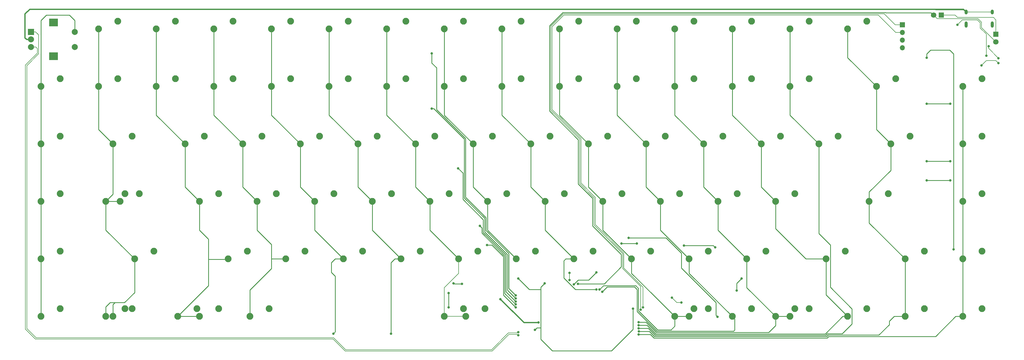
<source format=gbr>
%TF.GenerationSoftware,KiCad,Pcbnew,(5.1.9)-1*%
%TF.CreationDate,2021-05-13T13:18:14-04:00*%
%TF.ProjectId,rnm-75E,726e6d2d-3735-4452-9e6b-696361645f70,rev?*%
%TF.SameCoordinates,Original*%
%TF.FileFunction,Copper,L1,Top*%
%TF.FilePolarity,Positive*%
%FSLAX46Y46*%
G04 Gerber Fmt 4.6, Leading zero omitted, Abs format (unit mm)*
G04 Created by KiCad (PCBNEW (5.1.9)-1) date 2021-05-13 13:18:14*
%MOMM*%
%LPD*%
G01*
G04 APERTURE LIST*
%TA.AperFunction,ComponentPad*%
%ADD10C,2.250000*%
%TD*%
%TA.AperFunction,ComponentPad*%
%ADD11C,1.800000*%
%TD*%
%TA.AperFunction,ComponentPad*%
%ADD12R,1.800000X1.800000*%
%TD*%
%TA.AperFunction,ComponentPad*%
%ADD13O,1.700000X1.700000*%
%TD*%
%TA.AperFunction,ComponentPad*%
%ADD14R,1.700000X1.700000*%
%TD*%
%TA.AperFunction,ComponentPad*%
%ADD15R,2.000000X2.000000*%
%TD*%
%TA.AperFunction,ComponentPad*%
%ADD16C,2.000000*%
%TD*%
%TA.AperFunction,ComponentPad*%
%ADD17R,3.000000X2.500000*%
%TD*%
%TA.AperFunction,ComponentPad*%
%ADD18O,1.000000X2.100000*%
%TD*%
%TA.AperFunction,ComponentPad*%
%ADD19O,1.000000X1.600000*%
%TD*%
%TA.AperFunction,ViaPad*%
%ADD20C,0.800000*%
%TD*%
%TA.AperFunction,Conductor*%
%ADD21C,0.254000*%
%TD*%
%TA.AperFunction,Conductor*%
%ADD22C,0.203200*%
%TD*%
%TA.AperFunction,Conductor*%
%ADD23C,0.381000*%
%TD*%
%TA.AperFunction,Conductor*%
%ADD24C,0.200000*%
%TD*%
G04 APERTURE END LIST*
D10*
%TO.P,MX83,2*%
%TO.N,Net-(D81-Pad2)*%
X624046250Y-55245000D03*
%TO.P,MX83,1*%
%TO.N,COL14*%
X617696250Y-57785000D03*
%TD*%
%TO.P,MX57,2*%
%TO.N,Net-(D57-Pad2)*%
X533558750Y-55245000D03*
%TO.P,MX57,1*%
%TO.N,COL9*%
X527208750Y-57785000D03*
%TD*%
D11*
%TO.P,CAPS_LOCK_LED2,2*%
%TO.N,LED_PIN*%
X647700000Y14128750D03*
D12*
%TO.P,CAPS_LOCK_LED2,1*%
%TO.N,Net-(CAPS_LOCK_LED1-Pad1)*%
X647700000Y16668750D03*
%TD*%
D11*
%TO.P,CAPS_LOCK_LED1,2*%
%TO.N,LED_PIN*%
X627062500Y23018750D03*
D12*
%TO.P,CAPS_LOCK_LED1,1*%
%TO.N,Net-(CAPS_LOCK_LED1-Pad1)*%
X629602500Y23018750D03*
%TD*%
D10*
%TO.P,MX93,2*%
%TO.N,Net-(D41-Pad2)*%
X471646250Y-74295000D03*
%TO.P,MX93,1*%
%TO.N,COL6*%
X465296250Y-76835000D03*
%TD*%
%TO.P,MX92,2*%
%TO.N,Net-(D14-Pad2)*%
X390683750Y-74295000D03*
%TO.P,MX92,1*%
%TO.N,COL2*%
X384333750Y-76835000D03*
%TD*%
%TO.P,MX91,2*%
%TO.N,Net-(D11-Pad2)*%
X362108750Y-74295000D03*
%TO.P,MX91,1*%
%TO.N,COL1*%
X355758750Y-76835000D03*
%TD*%
%TO.P,MX90,2*%
%TO.N,Net-(D9-Pad2)*%
X359727500Y-36195000D03*
%TO.P,MX90,1*%
%TO.N,COL1*%
X353377500Y-38735000D03*
%TD*%
%TO.P,MX85,2*%
%TO.N,Net-(D83-Pad2)*%
X643096250Y-74295000D03*
%TO.P,MX85,1*%
%TO.N,COL15*%
X636746250Y-76835000D03*
%TD*%
%TO.P,MX41,2*%
%TO.N,Net-(D41-Pad2)*%
X478790000Y-74295000D03*
%TO.P,MX41,1*%
%TO.N,COL6*%
X472440000Y-76835000D03*
%TD*%
D13*
%TO.P,J3,4*%
%TO.N,GND*%
X616743750Y12223750D03*
%TO.P,J3,3*%
%TO.N,+5V*%
X616743750Y14763750D03*
%TO.P,J3,2*%
%TO.N,SCL*%
X616743750Y17303750D03*
D14*
%TO.P,J3,1*%
%TO.N,SDA*%
X616743750Y19843750D03*
%TD*%
D10*
%TO.P,MX2,1*%
%TO.N,COL0*%
X331946250Y-19685000D03*
%TO.P,MX2,2*%
%TO.N,Net-(D2-Pad2)*%
X338296250Y-17145000D03*
%TD*%
%TO.P,MX4,2*%
%TO.N,Net-(D4-Pad2)*%
X338296250Y-55245000D03*
%TO.P,MX4,1*%
%TO.N,COL0*%
X331946250Y-57785000D03*
%TD*%
D15*
%TO.P,SW2,A*%
%TO.N,ENCODER+*%
X328612500Y17462500D03*
D16*
%TO.P,SW2,C*%
%TO.N,GND*%
X328612500Y14962500D03*
%TO.P,SW2,B*%
%TO.N,ENCODER-*%
X328612500Y12462500D03*
D17*
%TO.P,SW2,MP*%
%TO.N,N/C*%
X336112500Y20562500D03*
X336112500Y9362500D03*
D16*
%TO.P,SW2,S1*%
%TO.N,COL0*%
X343112500Y17462500D03*
%TO.P,SW2,S2*%
%TO.N,Net-(D84-Pad2)*%
X343112500Y12462500D03*
%TD*%
D10*
%TO.P,MX89,2*%
%TO.N,Net-(D88-Pad2)*%
X643096250Y-55245000D03*
%TO.P,MX89,1*%
%TO.N,COL15*%
X636746250Y-57785000D03*
%TD*%
%TO.P,MX88,2*%
%TO.N,Net-(D87-Pad2)*%
X643096250Y-36195000D03*
%TO.P,MX88,1*%
%TO.N,COL15*%
X636746250Y-38735000D03*
%TD*%
%TO.P,MX87,2*%
%TO.N,Net-(D86-Pad2)*%
X643096250Y-17145000D03*
%TO.P,MX87,1*%
%TO.N,COL15*%
X636746250Y-19685000D03*
%TD*%
%TO.P,MX86,2*%
%TO.N,Net-(D85-Pad2)*%
X643096250Y1905000D03*
%TO.P,MX86,1*%
%TO.N,COL15*%
X636746250Y-635000D03*
%TD*%
%TO.P,MX84,2*%
%TO.N,Net-(D82-Pad2)*%
X624046250Y-74295000D03*
%TO.P,MX84,1*%
%TO.N,COL14*%
X617696250Y-76835000D03*
%TD*%
%TO.P,MX82,2*%
%TO.N,Net-(D80-Pad2)*%
X612140000Y-36195000D03*
%TO.P,MX82,1*%
%TO.N,COL14*%
X605790000Y-38735000D03*
%TD*%
%TO.P,MX81,2*%
%TO.N,Net-(D79-Pad2)*%
X619283750Y-17145000D03*
%TO.P,MX81,1*%
%TO.N,COL14*%
X612933750Y-19685000D03*
%TD*%
%TO.P,MX80,2*%
%TO.N,Net-(D78-Pad2)*%
X614521250Y1905000D03*
%TO.P,MX80,1*%
%TO.N,COL14*%
X608171250Y-635000D03*
%TD*%
%TO.P,MX79,2*%
%TO.N,Net-(D77-Pad2)*%
X604996250Y-74295000D03*
%TO.P,MX79,1*%
%TO.N,COL12*%
X598646250Y-76835000D03*
%TD*%
%TO.P,MX78,2*%
%TO.N,Net-(D76-Pad2)*%
X604996250Y20955000D03*
%TO.P,MX78,1*%
%TO.N,COL14*%
X598646250Y18415000D03*
%TD*%
%TO.P,MX77,2*%
%TO.N,Net-(D75-Pad2)*%
X597852500Y-55245000D03*
%TO.P,MX77,1*%
%TO.N,COL12*%
X591502500Y-57785000D03*
%TD*%
%TO.P,MX76,2*%
%TO.N,Net-(D74-Pad2)*%
X595471250Y-17145000D03*
%TO.P,MX76,1*%
%TO.N,COL13*%
X589121250Y-19685000D03*
%TD*%
%TO.P,MX75,2*%
%TO.N,Net-(D73-Pad2)*%
X585946250Y1905000D03*
%TO.P,MX75,1*%
%TO.N,COL13*%
X579596250Y-635000D03*
%TD*%
%TO.P,MX74,2*%
%TO.N,Net-(D72-Pad2)*%
X585946250Y20955000D03*
%TO.P,MX74,1*%
%TO.N,COL13*%
X579596250Y18415000D03*
%TD*%
%TO.P,MX73,2*%
%TO.N,Net-(D71-Pad2)*%
X581183750Y-36195000D03*
%TO.P,MX73,1*%
%TO.N,COL12*%
X574833750Y-38735000D03*
%TD*%
%TO.P,MX72,2*%
%TO.N,Net-(D70-Pad2)*%
X576421250Y-17145000D03*
%TO.P,MX72,1*%
%TO.N,COL12*%
X570071250Y-19685000D03*
%TD*%
%TO.P,MX71,2*%
%TO.N,Net-(D66-Pad2)*%
X581183750Y-74295000D03*
%TO.P,MX71,1*%
%TO.N,COL11*%
X574833750Y-76835000D03*
%TD*%
%TO.P,MX70,2*%
%TO.N,Net-(D66-Pad2)*%
X585946250Y-74295000D03*
%TO.P,MX70,1*%
%TO.N,COL11*%
X579596250Y-76835000D03*
%TD*%
%TO.P,MX69,2*%
%TO.N,Net-(D69-Pad2)*%
X571658750Y-55245000D03*
%TO.P,MX69,1*%
%TO.N,COL11*%
X565308750Y-57785000D03*
%TD*%
%TO.P,MX68,2*%
%TO.N,Net-(D68-Pad2)*%
X566896250Y1905000D03*
%TO.P,MX68,1*%
%TO.N,COL12*%
X560546250Y-635000D03*
%TD*%
%TO.P,MX67,2*%
%TO.N,Net-(D67-Pad2)*%
X566896250Y20955000D03*
%TO.P,MX67,1*%
%TO.N,COL12*%
X560546250Y18415000D03*
%TD*%
%TO.P,MX66,2*%
%TO.N,Net-(D65-Pad2)*%
X562133750Y-36195000D03*
%TO.P,MX66,1*%
%TO.N,COL11*%
X555783750Y-38735000D03*
%TD*%
%TO.P,MX65,2*%
%TO.N,Net-(D64-Pad2)*%
X557371250Y-17145000D03*
%TO.P,MX65,1*%
%TO.N,COL11*%
X551021250Y-19685000D03*
%TD*%
%TO.P,MX64,2*%
%TO.N,Net-(D53-Pad2)*%
X552608750Y-74295000D03*
%TO.P,MX64,1*%
%TO.N,COL9*%
X546258750Y-76835000D03*
%TD*%
%TO.P,MX63,2*%
%TO.N,Net-(D60-Pad2)*%
X566896250Y-74295000D03*
%TO.P,MX63,1*%
%TO.N,COL10*%
X560546250Y-76835000D03*
%TD*%
%TO.P,MX62,2*%
%TO.N,Net-(D63-Pad2)*%
X552608750Y-55245000D03*
%TO.P,MX62,1*%
%TO.N,COL10*%
X546258750Y-57785000D03*
%TD*%
%TO.P,MX61,2*%
%TO.N,Net-(D62-Pad2)*%
X547846250Y1905000D03*
%TO.P,MX61,1*%
%TO.N,COL11*%
X541496250Y-635000D03*
%TD*%
%TO.P,MX60,2*%
%TO.N,Net-(D61-Pad2)*%
X547846250Y20955000D03*
%TO.P,MX60,1*%
%TO.N,COL11*%
X541496250Y18415000D03*
%TD*%
%TO.P,MX59,2*%
%TO.N,Net-(D59-Pad2)*%
X543083750Y-36195000D03*
%TO.P,MX59,1*%
%TO.N,COL10*%
X536733750Y-38735000D03*
%TD*%
%TO.P,MX58,2*%
%TO.N,Net-(D58-Pad2)*%
X538321250Y-17145000D03*
%TO.P,MX58,1*%
%TO.N,COL10*%
X531971250Y-19685000D03*
%TD*%
%TO.P,MX56,2*%
%TO.N,Net-(D56-Pad2)*%
X528796250Y1905000D03*
%TO.P,MX56,1*%
%TO.N,COL10*%
X522446250Y-635000D03*
%TD*%
%TO.P,MX55,2*%
%TO.N,Net-(D55-Pad2)*%
X528796250Y20955000D03*
%TO.P,MX55,1*%
%TO.N,COL10*%
X522446250Y18415000D03*
%TD*%
%TO.P,MX54,2*%
%TO.N,Net-(D54-Pad2)*%
X524033750Y-36195000D03*
%TO.P,MX54,1*%
%TO.N,COL9*%
X517683750Y-38735000D03*
%TD*%
%TO.P,MX53,2*%
%TO.N,Net-(D53-Pad2)*%
X547846250Y-74295000D03*
%TO.P,MX53,1*%
%TO.N,COL9*%
X541496250Y-76835000D03*
%TD*%
%TO.P,MX52,2*%
%TO.N,Net-(D52-Pad2)*%
X519271250Y-17145000D03*
%TO.P,MX52,1*%
%TO.N,COL9*%
X512921250Y-19685000D03*
%TD*%
%TO.P,MX51,2*%
%TO.N,Net-(D51-Pad2)*%
X514508750Y-55245000D03*
%TO.P,MX51,1*%
%TO.N,COL8*%
X508158750Y-57785000D03*
%TD*%
%TO.P,MX50,2*%
%TO.N,Net-(D50-Pad2)*%
X509746250Y1905000D03*
%TO.P,MX50,1*%
%TO.N,COL9*%
X503396250Y-635000D03*
%TD*%
%TO.P,MX49,2*%
%TO.N,Net-(D49-Pad2)*%
X509746250Y20955000D03*
%TO.P,MX49,1*%
%TO.N,COL9*%
X503396250Y18415000D03*
%TD*%
%TO.P,MX48,2*%
%TO.N,Net-(D48-Pad2)*%
X504983750Y-36195000D03*
%TO.P,MX48,1*%
%TO.N,COL8*%
X498633750Y-38735000D03*
%TD*%
%TO.P,MX47,2*%
%TO.N,Net-(D47-Pad2)*%
X500221250Y-17145000D03*
%TO.P,MX47,1*%
%TO.N,COL8*%
X493871250Y-19685000D03*
%TD*%
%TO.P,MX46,2*%
%TO.N,Net-(D46-Pad2)*%
X495458750Y-55245000D03*
%TO.P,MX46,1*%
%TO.N,COL7*%
X489108750Y-57785000D03*
%TD*%
%TO.P,MX45,2*%
%TO.N,Net-(D45-Pad2)*%
X490696250Y1905000D03*
%TO.P,MX45,1*%
%TO.N,COL8*%
X484346250Y-635000D03*
%TD*%
%TO.P,MX44,2*%
%TO.N,Net-(D44-Pad2)*%
X490696250Y20955000D03*
%TO.P,MX44,1*%
%TO.N,COL8*%
X484346250Y18415000D03*
%TD*%
%TO.P,MX43,2*%
%TO.N,Net-(D43-Pad2)*%
X485933750Y-36195000D03*
%TO.P,MX43,1*%
%TO.N,COL7*%
X479583750Y-38735000D03*
%TD*%
%TO.P,MX42,2*%
%TO.N,Net-(D42-Pad2)*%
X481171250Y-17145000D03*
%TO.P,MX42,1*%
%TO.N,COL7*%
X474821250Y-19685000D03*
%TD*%
%TO.P,MX40,2*%
%TO.N,Net-(D40-Pad2)*%
X476408750Y-55245000D03*
%TO.P,MX40,1*%
%TO.N,COL6*%
X470058750Y-57785000D03*
%TD*%
%TO.P,MX39,2*%
%TO.N,Net-(D39-Pad2)*%
X471646250Y1905000D03*
%TO.P,MX39,1*%
%TO.N,COL7*%
X465296250Y-635000D03*
%TD*%
%TO.P,MX38,2*%
%TO.N,Net-(D38-Pad2)*%
X471646250Y20955000D03*
%TO.P,MX38,1*%
%TO.N,COL7*%
X465296250Y18415000D03*
%TD*%
%TO.P,MX37,2*%
%TO.N,Net-(D37-Pad2)*%
X466883750Y-36195000D03*
%TO.P,MX37,1*%
%TO.N,COL6*%
X460533750Y-38735000D03*
%TD*%
%TO.P,MX36,2*%
%TO.N,Net-(D36-Pad2)*%
X462121250Y-17145000D03*
%TO.P,MX36,1*%
%TO.N,COL6*%
X455771250Y-19685000D03*
%TD*%
%TO.P,MX35,2*%
%TO.N,Net-(D35-Pad2)*%
X457358750Y-55245000D03*
%TO.P,MX35,1*%
%TO.N,COL5*%
X451008750Y-57785000D03*
%TD*%
%TO.P,MX34,2*%
%TO.N,Net-(D34-Pad2)*%
X452596250Y1905000D03*
%TO.P,MX34,1*%
%TO.N,COL6*%
X446246250Y-635000D03*
%TD*%
%TO.P,MX33,2*%
%TO.N,Net-(D33-Pad2)*%
X452596250Y20955000D03*
%TO.P,MX33,1*%
%TO.N,COL6*%
X446246250Y18415000D03*
%TD*%
%TO.P,MX32,2*%
%TO.N,Net-(D32-Pad2)*%
X447833750Y-36195000D03*
%TO.P,MX32,1*%
%TO.N,COL5*%
X441483750Y-38735000D03*
%TD*%
%TO.P,MX31,2*%
%TO.N,Net-(D31-Pad2)*%
X443071250Y-17145000D03*
%TO.P,MX31,1*%
%TO.N,COL5*%
X436721250Y-19685000D03*
%TD*%
%TO.P,MX30,2*%
%TO.N,Net-(D30-Pad2)*%
X438308750Y-55245000D03*
%TO.P,MX30,1*%
%TO.N,COL4*%
X431958750Y-57785000D03*
%TD*%
%TO.P,MX29,2*%
%TO.N,Net-(D29-Pad2)*%
X433546250Y1905000D03*
%TO.P,MX29,1*%
%TO.N,COL5*%
X427196250Y-635000D03*
%TD*%
%TO.P,MX28,2*%
%TO.N,Net-(D28-Pad2)*%
X433546250Y20955000D03*
%TO.P,MX28,1*%
%TO.N,COL5*%
X427196250Y18415000D03*
%TD*%
%TO.P,MX27,2*%
%TO.N,Net-(D27-Pad2)*%
X428783750Y-36195000D03*
%TO.P,MX27,1*%
%TO.N,COL4*%
X422433750Y-38735000D03*
%TD*%
%TO.P,MX26,2*%
%TO.N,Net-(D26-Pad2)*%
X424021250Y-17145000D03*
%TO.P,MX26,1*%
%TO.N,COL4*%
X417671250Y-19685000D03*
%TD*%
%TO.P,MX25,2*%
%TO.N,Net-(D25-Pad2)*%
X419258750Y-55245000D03*
%TO.P,MX25,1*%
%TO.N,COL3*%
X412908750Y-57785000D03*
%TD*%
%TO.P,MX24,2*%
%TO.N,Net-(D24-Pad2)*%
X414496250Y1905000D03*
%TO.P,MX24,1*%
%TO.N,COL4*%
X408146250Y-635000D03*
%TD*%
%TO.P,MX23,2*%
%TO.N,Net-(D23-Pad2)*%
X414496250Y20955000D03*
%TO.P,MX23,1*%
%TO.N,COL4*%
X408146250Y18415000D03*
%TD*%
%TO.P,MX22,2*%
%TO.N,Net-(D22-Pad2)*%
X409733750Y-36195000D03*
%TO.P,MX22,1*%
%TO.N,COL3*%
X403383750Y-38735000D03*
%TD*%
%TO.P,MX21,2*%
%TO.N,Net-(D21-Pad2)*%
X404971250Y-17145000D03*
%TO.P,MX21,1*%
%TO.N,COL3*%
X398621250Y-19685000D03*
%TD*%
%TO.P,MX20,2*%
%TO.N,Net-(D20-Pad2)*%
X407352500Y-74295000D03*
%TO.P,MX20,1*%
%TO.N,COL3*%
X401002500Y-76835000D03*
%TD*%
%TO.P,MX19,2*%
%TO.N,Net-(D19-Pad2)*%
X400208750Y-55245000D03*
%TO.P,MX19,1*%
%TO.N,COL2*%
X393858750Y-57785000D03*
%TD*%
%TO.P,MX18,2*%
%TO.N,Net-(D18-Pad2)*%
X395446250Y1905000D03*
%TO.P,MX18,1*%
%TO.N,COL3*%
X389096250Y-635000D03*
%TD*%
%TO.P,MX17,2*%
%TO.N,Net-(D17-Pad2)*%
X395446250Y20955000D03*
%TO.P,MX17,1*%
%TO.N,COL3*%
X389096250Y18415000D03*
%TD*%
%TO.P,MX16,2*%
%TO.N,Net-(D16-Pad2)*%
X390683750Y-36195000D03*
%TO.P,MX16,1*%
%TO.N,COL2*%
X384333750Y-38735000D03*
%TD*%
%TO.P,MX15,2*%
%TO.N,Net-(D15-Pad2)*%
X385921250Y-17145000D03*
%TO.P,MX15,1*%
%TO.N,COL2*%
X379571250Y-19685000D03*
%TD*%
%TO.P,MX14,2*%
%TO.N,Net-(D14-Pad2)*%
X383540000Y-74295000D03*
%TO.P,MX14,1*%
%TO.N,COL2*%
X377190000Y-76835000D03*
%TD*%
%TO.P,MX13,2*%
%TO.N,Net-(D13-Pad2)*%
X376396250Y1905000D03*
%TO.P,MX13,1*%
%TO.N,COL2*%
X370046250Y-635000D03*
%TD*%
%TO.P,MX12,2*%
%TO.N,Net-(D12-Pad2)*%
X376396250Y20955000D03*
%TO.P,MX12,1*%
%TO.N,COL2*%
X370046250Y18415000D03*
%TD*%
%TO.P,MX11,2*%
%TO.N,Net-(D11-Pad2)*%
X359727500Y-74295000D03*
%TO.P,MX11,1*%
%TO.N,COL1*%
X353377500Y-76835000D03*
%TD*%
%TO.P,MX10,2*%
%TO.N,Net-(D10-Pad2)*%
X369252500Y-55245000D03*
%TO.P,MX10,1*%
%TO.N,COL1*%
X362902500Y-57785000D03*
%TD*%
%TO.P,MX9,2*%
%TO.N,Net-(D9-Pad2)*%
X364490000Y-36195000D03*
%TO.P,MX9,1*%
%TO.N,COL1*%
X358140000Y-38735000D03*
%TD*%
%TO.P,MX8,2*%
%TO.N,Net-(D8-Pad2)*%
X362108750Y-17145000D03*
%TO.P,MX8,1*%
%TO.N,COL1*%
X355758750Y-19685000D03*
%TD*%
%TO.P,MX7,2*%
%TO.N,Net-(D7-Pad2)*%
X357346250Y1905000D03*
%TO.P,MX7,1*%
%TO.N,COL1*%
X350996250Y-635000D03*
%TD*%
%TO.P,MX6,2*%
%TO.N,Net-(D6-Pad2)*%
X357346250Y20955000D03*
%TO.P,MX6,1*%
%TO.N,COL1*%
X350996250Y18415000D03*
%TD*%
%TO.P,MX5,2*%
%TO.N,Net-(D5-Pad2)*%
X338296250Y-74295000D03*
%TO.P,MX5,1*%
%TO.N,COL0*%
X331946250Y-76835000D03*
%TD*%
%TO.P,MX3,2*%
%TO.N,Net-(D3-Pad2)*%
X338296250Y-36195000D03*
%TO.P,MX3,1*%
%TO.N,COL0*%
X331946250Y-38735000D03*
%TD*%
%TO.P,MX1,1*%
%TO.N,COL0*%
X331946250Y-635000D03*
%TO.P,MX1,2*%
%TO.N,Net-(D1-Pad2)*%
X338296250Y1905000D03*
%TD*%
D18*
%TO.P,J2,S1*%
%TO.N,GND*%
X646463750Y19888750D03*
X637823750Y19888750D03*
D19*
X637823750Y24068750D03*
X646463750Y24068750D03*
%TD*%
D20*
%TO.N,COL9*%
X516634069Y-67930934D03*
%TO.N,VCC*%
X645252000Y12700000D03*
%TO.N,ROWB*%
X461168750Y-7937500D03*
X488950000Y-70850003D03*
X624840000Y-6350000D03*
%TO.N,ROWC*%
X624840000Y-25400000D03*
X469900000Y-27781250D03*
X488950000Y-71850006D03*
%TO.N,ROWD*%
X624840000Y-31750000D03*
X477043750Y-46831250D03*
X488950000Y-72850009D03*
%TO.N,ROWE*%
X523875000Y-52705000D03*
X528955000Y-52705000D03*
X544576000Y-53340000D03*
X479425000Y-53181250D03*
X488950000Y-73850012D03*
%TO.N,ROWF*%
X526256250Y-50800000D03*
X555625000Y-76993750D03*
%TO.N,ROWA*%
X461168750Y10318750D03*
X488950000Y-69850000D03*
%TO.N,COL4*%
X428625000Y-82550000D03*
%TO.N,COL5*%
X447675000Y-82550000D03*
%TO.N,COL7*%
X466725000Y-69056250D03*
X466725000Y-73818750D03*
%TO.N,COL8*%
X515620000Y-67945000D03*
%TO.N,COL10*%
X517525000Y-68657934D03*
%TO.N,COL11*%
X529590000Y-78740000D03*
%TO.N,COL12*%
X529586758Y-79764892D03*
%TO.N,COL13*%
X529579260Y-80785529D03*
%TO.N,COL14*%
X529600975Y-81785295D03*
%TO.N,COL15*%
X529586625Y-82785194D03*
%TO.N,SCL*%
X531018750Y-73818750D03*
%TO.N,SDA*%
X530225000Y-74612500D03*
%TO.N,+5V*%
X635000000Y19843750D03*
X644525000Y9525000D03*
X495300000Y-81280000D03*
X527685000Y-74295000D03*
X498475000Y-65881250D03*
%TO.N,ENCODER+*%
X489743750Y-82025000D03*
%TO.N,ENCODER-*%
X489743750Y-83075000D03*
%TO.N,GND*%
X543718750Y-72231250D03*
X540543750Y-70643750D03*
X506730000Y-64770000D03*
X506730000Y-62381001D03*
X496478000Y-78855815D03*
X483870000Y-71120000D03*
%TO.N,VCC*%
X648509739Y8728438D03*
%TO.N,MOSI*%
X648493750Y7143750D03*
X642937500Y6350000D03*
%TO.N,LED_PIN*%
X509488386Y-66026447D03*
%TO.N,ROWB*%
X632618750Y-6350000D03*
%TO.N,ROWC*%
X632618750Y-25400000D03*
%TO.N,ROWD*%
X632618750Y-31750000D03*
%TO.N,ROWE*%
X554831250Y-53975000D03*
%TO.N,+5V*%
X471170000Y-66040000D03*
X468312500Y-65881250D03*
X489743750Y-64293750D03*
X561975000Y-68262500D03*
X563562500Y-64293750D03*
X508137744Y-66177744D03*
X515620000Y-62230000D03*
%TO.N,Net-(D93-Pad4)*%
X633730000Y-54610000D03*
X624840000Y8890000D03*
%TD*%
D21*
%TO.N,COL0*%
X331946250Y-2666038D02*
X331946250Y-19685000D01*
X331946250Y-41783962D02*
X331946250Y-76835000D01*
X331946250Y-19685000D02*
X331946250Y-41783962D01*
%TO.N,COL1*%
X350996250Y18415000D02*
X350996250Y-635000D01*
X350996250Y-14922500D02*
X355758750Y-19685000D01*
X350996250Y-635000D02*
X350996250Y-14922500D01*
X358140000Y-53022500D02*
X362902500Y-57785000D01*
X362902500Y-57785000D02*
X362902500Y-68897500D01*
X362902500Y-68897500D02*
X359568750Y-72231250D01*
X353377500Y-73660000D02*
X353377500Y-76835000D01*
X354806250Y-72231250D02*
X353377500Y-73660000D01*
X355758750Y-36353750D02*
X353377500Y-38735000D01*
X355758750Y-19685000D02*
X355758750Y-36353750D01*
X353377500Y-38735000D02*
X358140000Y-38735000D01*
X353377500Y-48260000D02*
X362902500Y-57785000D01*
X353377500Y-38735000D02*
X353377500Y-48260000D01*
X355758750Y-72866250D02*
X356393750Y-72231250D01*
X355758750Y-76835000D02*
X355758750Y-72866250D01*
X356393750Y-72231250D02*
X354806250Y-72231250D01*
X359568750Y-72231250D02*
X356393750Y-72231250D01*
%TO.N,COL2*%
X370046250Y18415000D02*
X370046250Y-635000D01*
X384333750Y-38735000D02*
X384333750Y-48260000D01*
X387350000Y-66675000D02*
X377190000Y-76835000D01*
X387350000Y-62702760D02*
X387350000Y-66675000D01*
X370046250Y-10160000D02*
X379571250Y-19685000D01*
X370046250Y-635000D02*
X370046250Y-10160000D01*
X379571250Y-33972500D02*
X384333750Y-38735000D01*
X379571250Y-19685000D02*
X379571250Y-33972500D01*
X387350000Y-51276250D02*
X387111875Y-51038125D01*
X384333750Y-48260000D02*
X387111875Y-51038125D01*
X393700000Y-57943750D02*
X393858750Y-57785000D01*
X387350000Y-57943750D02*
X393700000Y-57943750D01*
X387350000Y-62702760D02*
X387350000Y-57943750D01*
X387350000Y-57943750D02*
X387350000Y-51276250D01*
X384333750Y-76835000D02*
X377190000Y-76835000D01*
%TO.N,COL3*%
X389096250Y18415000D02*
X389096250Y-635000D01*
X389096250Y-10160000D02*
X398621250Y-19685000D01*
X389096250Y-635000D02*
X389096250Y-10160000D01*
X398621250Y-33972500D02*
X403383750Y-38735000D01*
X398621250Y-19685000D02*
X398621250Y-33972500D01*
X403383750Y-38735000D02*
X403383750Y-48260000D01*
X401002500Y-68100260D02*
X401002500Y-76835000D01*
X408146250Y-60956510D02*
X407985755Y-61117005D01*
X407985755Y-61117005D02*
X401002500Y-68100260D01*
X403383750Y-48260000D02*
X408146250Y-53022500D01*
X412908750Y-57785000D02*
X408146250Y-57785000D01*
X408146250Y-57785000D02*
X408146250Y-60956510D01*
X408146250Y-53022500D02*
X408146250Y-57785000D01*
%TO.N,COL4*%
X408146250Y18415000D02*
X408146250Y-635000D01*
X408146250Y-10160000D02*
X417671250Y-19685000D01*
X408146250Y-635000D02*
X408146250Y-10160000D01*
X417671250Y-33972500D02*
X422433750Y-38735000D01*
X417671250Y-19685000D02*
X417671250Y-33972500D01*
X422433750Y-48260000D02*
X431958750Y-57785000D01*
X422433750Y-38735000D02*
X422433750Y-48260000D01*
%TO.N,COL5*%
X427196250Y18415000D02*
X427196250Y-635000D01*
X427196250Y-10160000D02*
X436721250Y-19685000D01*
X427196250Y-635000D02*
X427196250Y-10160000D01*
X436721250Y-33972500D02*
X441483750Y-38735000D01*
X436721250Y-19685000D02*
X436721250Y-33972500D01*
X441483750Y-48260000D02*
X451008750Y-57785000D01*
X441483750Y-38735000D02*
X441483750Y-48260000D01*
%TO.N,COL6*%
X446246250Y18415000D02*
X446246250Y-635000D01*
X446246250Y-10160000D02*
X455771250Y-19685000D01*
X446246250Y-635000D02*
X446246250Y-10160000D01*
X455771250Y-33972500D02*
X460533750Y-38735000D01*
X455771250Y-19685000D02*
X455771250Y-33972500D01*
X460533750Y-48260000D02*
X470058750Y-57785000D01*
X460533750Y-38735000D02*
X460533750Y-48260000D01*
D22*
X470058750Y-57785000D02*
X470058750Y-62547500D01*
X465296250Y-67310000D02*
X465296250Y-76835000D01*
X470058750Y-62547500D02*
X465296250Y-67310000D01*
X465296250Y-76835000D02*
X472440000Y-76835000D01*
D21*
%TO.N,COL7*%
X465296250Y18415000D02*
X465296250Y-635000D01*
X465296250Y-10160000D02*
X474821250Y-19685000D01*
X465296250Y-635000D02*
X465296250Y-10160000D01*
X474821250Y-33972500D02*
X479583750Y-38735000D01*
X474821250Y-19685000D02*
X474821250Y-33972500D01*
X479583750Y-48260000D02*
X489108750Y-57785000D01*
X479583750Y-38735000D02*
X479583750Y-48260000D01*
%TO.N,COL8*%
X484346250Y18415000D02*
X484346250Y-635000D01*
X484346250Y-10160000D02*
X493871250Y-19685000D01*
X484346250Y-635000D02*
X484346250Y-10160000D01*
X493871250Y-33972500D02*
X498633750Y-38735000D01*
X493871250Y-19685000D02*
X493871250Y-33972500D01*
X498633750Y-48260000D02*
X508158750Y-57785000D01*
X498633750Y-38735000D02*
X498633750Y-48260000D01*
%TO.N,COL9*%
X503396250Y18415000D02*
X503396250Y-635000D01*
X503396250Y-10160000D02*
X512921250Y-19685000D01*
X503396250Y-635000D02*
X503396250Y-10160000D01*
X512921250Y-33972500D02*
X517683750Y-38735000D01*
X512921250Y-19685000D02*
X512921250Y-33972500D01*
X517683750Y-48260000D02*
X527208750Y-57785000D01*
X517683750Y-38735000D02*
X517683750Y-48260000D01*
X527208750Y-57785000D02*
X527208750Y-62547500D01*
X541496250Y-76835000D02*
X546258750Y-76835000D01*
%TO.N,COL10*%
X522446250Y18415000D02*
X522446250Y-635000D01*
X522446250Y-10160000D02*
X531971250Y-19685000D01*
X522446250Y-635000D02*
X522446250Y-10160000D01*
X531971250Y-33972500D02*
X536733750Y-38735000D01*
X531971250Y-19685000D02*
X531971250Y-33972500D01*
X536733750Y-48260000D02*
X546258750Y-57785000D01*
X536733750Y-38735000D02*
X536733750Y-48260000D01*
X546258750Y-62547500D02*
X560546250Y-76835000D01*
X546258750Y-57785000D02*
X546258750Y-62547500D01*
%TO.N,COL11*%
X541496250Y18415000D02*
X541496250Y-635000D01*
X541496250Y-10160000D02*
X551021250Y-19685000D01*
X541496250Y-635000D02*
X541496250Y-10160000D01*
X551021250Y-33972500D02*
X555783750Y-38735000D01*
X551021250Y-19685000D02*
X551021250Y-33972500D01*
X555783750Y-48260000D02*
X565308750Y-57785000D01*
X555783750Y-38735000D02*
X555783750Y-48260000D01*
X565308750Y-67310000D02*
X574833750Y-76835000D01*
X565308750Y-57785000D02*
X565308750Y-67310000D01*
X574833750Y-76835000D02*
X579596250Y-76835000D01*
%TO.N,COL12*%
X560546250Y18415000D02*
X560546250Y-635000D01*
X560546250Y-10160000D02*
X570071250Y-19685000D01*
X560546250Y-635000D02*
X560546250Y-10160000D01*
X570071250Y-33972500D02*
X574833750Y-38735000D01*
X570071250Y-19685000D02*
X570071250Y-33972500D01*
X574833750Y-38735000D02*
X574833750Y-47783750D01*
X584835000Y-57785000D02*
X591502500Y-57785000D01*
X574833750Y-47783750D02*
X584835000Y-57785000D01*
X591502500Y-69691250D02*
X598646250Y-76835000D01*
X591502500Y-57785000D02*
X591502500Y-69691250D01*
%TO.N,COL13*%
X579596250Y18415000D02*
X579596250Y-635000D01*
X579596250Y-10160000D02*
X589121250Y-19685000D01*
X579596250Y-635000D02*
X579596250Y-10160000D01*
%TO.N,COL14*%
X598646250Y8890000D02*
X608171250Y-635000D01*
X598646250Y18415000D02*
X598646250Y8890000D01*
X608171250Y-14922500D02*
X612933750Y-19685000D01*
X608171250Y-635000D02*
X608171250Y-14922500D01*
X612933750Y-19685000D02*
X612933750Y-28416250D01*
X605790000Y-35560000D02*
X605790000Y-38735000D01*
X612933750Y-28416250D02*
X605790000Y-35560000D01*
X605790000Y-45878750D02*
X617696250Y-57785000D01*
X605790000Y-38735000D02*
X605790000Y-45878750D01*
X617696250Y-57785000D02*
X617696250Y-76835000D01*
%TO.N,COL15*%
X636746250Y-59949934D02*
X636746250Y-76835000D01*
X636746250Y-635000D02*
X636746250Y-59949934D01*
D23*
%TO.N,GND*%
X636971999Y24920501D02*
X637823750Y24068750D01*
X627795941Y24920501D02*
X636971999Y24920501D01*
X328190846Y24978346D02*
X326646893Y23434393D01*
X636914154Y24978346D02*
X328190846Y24978346D01*
X637823750Y24068750D02*
X636914154Y24978346D01*
D21*
%TO.N,COL0*%
X331946250Y-635000D02*
X331946250Y-19685000D01*
X331946250Y21272500D02*
X331946250Y-635000D01*
X333692500Y23018750D02*
X331946250Y21272500D01*
X341312500Y23018750D02*
X333692500Y23018750D01*
X343112500Y21218750D02*
X341312500Y23018750D01*
X343112500Y17462500D02*
X343112500Y21218750D01*
D22*
%TO.N,LED_PIN*%
X647700000Y14128750D02*
X642937500Y18891250D01*
X628264101Y21817149D02*
X627062500Y23018750D01*
X641757851Y21817149D02*
X628264101Y21817149D01*
X642937500Y20637500D02*
X641757851Y21817149D01*
X642937500Y18891250D02*
X642937500Y20637500D01*
%TO.N,Net-(CAPS_LOCK_LED1-Pad1)*%
X629602500Y23018750D02*
X629654110Y22967140D01*
X647700000Y16668750D02*
X647700000Y21431250D01*
X647700000Y21431250D02*
X646906250Y22225000D01*
X646906250Y22225000D02*
X635000000Y22225000D01*
X634206250Y23018750D02*
X629602500Y23018750D01*
X635000000Y22225000D02*
X634206250Y23018750D01*
D21*
%TO.N,ROWB*%
X461168750Y-7937500D02*
X461789618Y-7937500D01*
X461789618Y-7937500D02*
X471895239Y-18043121D01*
X471895239Y-37562306D02*
X478631250Y-44298317D01*
X471895239Y-18043121D02*
X471895239Y-37562306D01*
X478631250Y-44298317D02*
X478631250Y-48857585D01*
X488874041Y-70850003D02*
X488950000Y-70850003D01*
X486182739Y-68158701D02*
X488874041Y-70850003D01*
X486182739Y-56409074D02*
X486182739Y-68158701D01*
X478631250Y-48857585D02*
X486182739Y-56409074D01*
X629920000Y-6350000D02*
X624840000Y-6350000D01*
%TO.N,ROWC*%
X469900000Y-27781250D02*
X471441229Y-29322479D01*
X471441229Y-29322479D02*
X471441229Y-38053729D01*
X471441229Y-38053729D02*
X478177240Y-44789740D01*
X478177240Y-49045642D02*
X485728729Y-56597131D01*
X478177240Y-44789740D02*
X478177240Y-49045642D01*
X485728729Y-56597131D02*
X485728729Y-68704694D01*
X488874041Y-71850006D02*
X488950000Y-71850006D01*
X485728729Y-68704694D02*
X488874041Y-71850006D01*
%TO.N,ROWD*%
X624840000Y-31750000D02*
X629920000Y-31750000D01*
X477723230Y-49233699D02*
X485274719Y-56785187D01*
X485274719Y-56785187D02*
X485274719Y-69250687D01*
X477723230Y-47510730D02*
X477723230Y-49233699D01*
X477043750Y-46831250D02*
X477723230Y-47510730D01*
X488874041Y-72850009D02*
X488950000Y-72850009D01*
X485274719Y-69250687D02*
X488874041Y-72850009D01*
%TO.N,ROWE*%
X523875000Y-52705000D02*
X528955000Y-52705000D01*
X548640000Y-53340000D02*
X544576000Y-53340000D01*
X479425000Y-53181250D02*
X481012500Y-53181250D01*
X481012500Y-53181250D02*
X484820709Y-56989459D01*
X488874041Y-73850012D02*
X488950000Y-73850012D01*
X484820709Y-69796680D02*
X488874041Y-73850012D01*
X484820709Y-56989459D02*
X484820709Y-69796680D01*
%TO.N,ROWF*%
X526256250Y-50800000D02*
X538631684Y-50800000D01*
X538631684Y-50800000D02*
X543718750Y-55887066D01*
X543718750Y-60833962D02*
X555116038Y-72231250D01*
X543718750Y-55887066D02*
X543718750Y-60833962D01*
%TO.N,ROWA*%
X461168750Y10318750D02*
X461168750Y7143750D01*
X461168750Y7143750D02*
X462756250Y5556250D01*
X462756250Y5556250D02*
X462756250Y-8262066D01*
X472349249Y-17855065D02*
X472349249Y-24538251D01*
X462756250Y-8262066D02*
X472349249Y-17855065D01*
X472349249Y-24538251D02*
X472349249Y-37374249D01*
X479129740Y-48448057D02*
X479395694Y-48714010D01*
X479129740Y-44154740D02*
X479129740Y-48448057D01*
X472349249Y-37374249D02*
X479129740Y-44154740D01*
X486636749Y-55955065D02*
X486636749Y-66607001D01*
X479395694Y-48714010D02*
X486636749Y-55955065D01*
X486636749Y-66607001D02*
X486636749Y-67536749D01*
X486636749Y-67536749D02*
X488950000Y-69850000D01*
%TO.N,COL4*%
X428625000Y-82550000D02*
X429260000Y-81915000D01*
X429260000Y-81915000D02*
X429260000Y-63500000D01*
X429260000Y-63500000D02*
X427990000Y-62230000D01*
X427990000Y-62230000D02*
X427990000Y-61244788D01*
X427990000Y-61244788D02*
X427990000Y-59055000D01*
X427990000Y-59055000D02*
X429260000Y-57785000D01*
X429260000Y-57785000D02*
X431958750Y-57785000D01*
%TO.N,COL5*%
X447675000Y-82550000D02*
X447675000Y-59055000D01*
X447675000Y-59055000D02*
X448945000Y-57785000D01*
X448945000Y-57785000D02*
X451008750Y-57785000D01*
%TO.N,COL7*%
X466725000Y-69056250D02*
X466725000Y-73818750D01*
%TO.N,COL8*%
X508635000Y-67945000D02*
X504825000Y-64135000D01*
X504825000Y-64135000D02*
X504825000Y-58420000D01*
X504825000Y-58420000D02*
X505460000Y-57785000D01*
X505460000Y-57785000D02*
X508158750Y-57785000D01*
X515620000Y-67945000D02*
X508635000Y-67945000D01*
%TO.N,COL9*%
X534273125Y-69611875D02*
X541496250Y-76835000D01*
X527208750Y-62547500D02*
X534273125Y-69611875D01*
%TO.N,COL11*%
X574833750Y-79883962D02*
X574833750Y-76835000D01*
X572567801Y-82149911D02*
X574833750Y-79883962D01*
X535402316Y-82149910D02*
X572567801Y-82149911D01*
X531992406Y-78740000D02*
X535402316Y-82149910D01*
X529590000Y-78740000D02*
X531992406Y-78740000D01*
%TO.N,COL12*%
X597055260Y-76835000D02*
X598646250Y-76835000D01*
X591286339Y-82603921D02*
X597055260Y-76835000D01*
X532375232Y-79764892D02*
X535214261Y-82603921D01*
X535214261Y-82603921D02*
X591286339Y-82603921D01*
X529586758Y-79764892D02*
X532375232Y-79764892D01*
%TO.N,COL13*%
X589121250Y-49371250D02*
X589121250Y-19685000D01*
X592954501Y-53204501D02*
X589121250Y-49371250D01*
X600098251Y-74318251D02*
X592954501Y-67174501D01*
X591982326Y-82550000D02*
X596900000Y-82550000D01*
X591474396Y-83057930D02*
X591982326Y-82550000D01*
X535026204Y-83057930D02*
X591474396Y-83057930D01*
X592954501Y-67174501D02*
X592954501Y-53204501D01*
X532753803Y-80785529D02*
X535026204Y-83057930D01*
X529579260Y-80785529D02*
X532753803Y-80785529D01*
X596900000Y-82550000D02*
X600098251Y-79351749D01*
X600098251Y-79351749D02*
X600098251Y-74318251D01*
%TO.N,COL14*%
X616105260Y-76835000D02*
X617696250Y-76835000D01*
X614045000Y-76835000D02*
X616105260Y-76835000D01*
X612435260Y-78444740D02*
X614045000Y-76835000D01*
X612435260Y-79563057D02*
X612435260Y-78444740D01*
X608994306Y-83004010D02*
X612435260Y-79563057D01*
X592170382Y-83004010D02*
X608994306Y-83004010D01*
X591662453Y-83511940D02*
X592170382Y-83004010D01*
X535631940Y-83511940D02*
X591662453Y-83511940D01*
X535631940Y-83511940D02*
X534978060Y-83511940D01*
X534838148Y-83511940D02*
X535631940Y-83511940D01*
X533111503Y-81785295D02*
X534838148Y-83511940D01*
X529600975Y-81785295D02*
X533111503Y-81785295D01*
%TO.N,COL15*%
X591850510Y-83965950D02*
X591908230Y-83908230D01*
X592358439Y-83458020D02*
X591850510Y-83965950D01*
X627741980Y-83458020D02*
X592358439Y-83458020D01*
X634365000Y-76835000D02*
X627741980Y-83458020D01*
X636746250Y-76835000D02*
X634365000Y-76835000D01*
X534815950Y-83965950D02*
X591850510Y-83965950D01*
X534650091Y-83965949D02*
X534815950Y-83965950D01*
X533469336Y-82785194D02*
X534650091Y-83965949D01*
X529586625Y-82785194D02*
X533469336Y-82785194D01*
D22*
%TO.N,SCL*%
X531018750Y-67146370D02*
X531018750Y-73818750D01*
X524668750Y-60796370D02*
X531018750Y-67146370D01*
X524668750Y-55851146D02*
X524668750Y-60796370D01*
X510474649Y-32637149D02*
X515237149Y-37399649D01*
X515237149Y-46419545D02*
X524668750Y-55851146D01*
X515237149Y-37399649D02*
X515237149Y-46419545D01*
X504825000Y23018750D02*
X500949649Y19143399D01*
X510474649Y-17844545D02*
X510474649Y-32637149D01*
X500949649Y19143399D02*
X500949649Y-8319545D01*
X608806250Y23018750D02*
X504825000Y23018750D01*
X614521250Y17303750D02*
X608806250Y23018750D01*
X500949649Y-8319545D02*
X510474649Y-17844545D01*
X616743750Y17303750D02*
X614521250Y17303750D01*
%TO.N,SDA*%
X616743750Y19843750D02*
X615950000Y19843750D01*
X500782635Y19546609D02*
X504657985Y23421960D01*
X500546439Y19310414D02*
X500782635Y19546609D01*
X524265540Y-56018160D02*
X514833939Y-46586560D01*
X500546439Y-8486560D02*
X500546439Y19310414D01*
X510071439Y-18011559D02*
X500546439Y-8486560D01*
X510071439Y-32804164D02*
X510071439Y-18011559D01*
X514833939Y-37566663D02*
X510071439Y-32804164D01*
X530225000Y-66922844D02*
X524265540Y-60963385D01*
X514833939Y-46586560D02*
X514833939Y-37566663D01*
X524265540Y-60963385D02*
X524265540Y-56018160D01*
X530225000Y-74612500D02*
X530225000Y-66922844D01*
X616743750Y19843750D02*
X614362500Y19843750D01*
X610784290Y23421960D02*
X602065710Y23421960D01*
X602065710Y23421960D02*
X608973265Y23421960D01*
X614362500Y19843750D02*
X610784290Y23421960D01*
X504657985Y23421960D02*
X602065710Y23421960D01*
%TO.N,+5V*%
X635000000Y19843750D02*
X636570189Y21413939D01*
X636570189Y21413939D02*
X641350000Y21413939D01*
X641350000Y21413939D02*
X641590837Y21413939D01*
X641590837Y21413939D02*
X642534290Y20470486D01*
X642534290Y18724235D02*
X644525000Y16733525D01*
X642534290Y20470486D02*
X642534290Y18724235D01*
X644525000Y16733525D02*
X644525000Y9525000D01*
D21*
X495300000Y-81280000D02*
X495935000Y-80645000D01*
X495935000Y-80645000D02*
X497205000Y-80645000D01*
X498475000Y-65881250D02*
X497205000Y-67151250D01*
D22*
%TO.N,GND*%
X637823750Y24068750D02*
X646463750Y24068750D01*
X542131250Y-72231250D02*
X540543750Y-70643750D01*
X543718750Y-72231250D02*
X542131250Y-72231250D01*
X506730000Y-64770000D02*
X506730000Y-62230000D01*
X506730000Y-62230000D02*
X506730000Y-62381001D01*
D23*
X491605815Y-78855815D02*
X483870000Y-71120000D01*
X496478000Y-78855815D02*
X491605815Y-78855815D01*
X327198287Y14962500D02*
X326646893Y15513894D01*
X328612500Y14962500D02*
X327198287Y14962500D01*
X326646893Y15513894D02*
X326646893Y16253107D01*
X326646893Y23434393D02*
X326646893Y16253107D01*
D22*
%TO.N,VCC*%
X645318750Y12700000D02*
X645252000Y12700000D01*
X645252000Y11986177D02*
X645252000Y12700000D01*
X648509739Y8728438D02*
X645252000Y11986177D01*
%TO.N,MOSI*%
X648493750Y7143750D02*
X647700000Y7937500D01*
X644525000Y7937500D02*
X642937500Y6350000D01*
X647700000Y7937500D02*
X644525000Y7937500D01*
D21*
%TO.N,LED_PIN*%
X626268750Y23812500D02*
X627062500Y23018750D01*
X509488386Y-66026447D02*
X509489664Y-66025169D01*
X523836930Y-56318180D02*
X514350000Y-46831250D01*
X611225570Y23850570D02*
X611263640Y23812500D01*
X509489664Y-66025169D02*
X518174831Y-66025169D01*
X518174831Y-66025169D02*
X523836930Y-60363070D01*
X514350000Y-46831250D02*
X514350000Y-37688871D01*
X514350000Y-37688871D02*
X509587500Y-32926371D01*
X509587500Y-32926371D02*
X509587500Y-18256250D01*
X509587500Y-18256250D02*
X500062500Y-8731250D01*
X523836930Y-60363070D02*
X523836930Y-56318180D01*
X500062500Y-8731250D02*
X500062500Y19432621D01*
X504480449Y23850570D02*
X611225570Y23850570D01*
X611263640Y23812500D02*
X626268750Y23812500D01*
X500062500Y19432621D02*
X504480449Y23850570D01*
%TO.N,ROWB*%
X629920000Y-6350000D02*
X632618750Y-6350000D01*
%TO.N,ROWC*%
X629443750Y-25400000D02*
X632618750Y-25400000D01*
X624840000Y-25400000D02*
X629443750Y-25400000D01*
X629443750Y-25400000D02*
X629920000Y-25400000D01*
%TO.N,ROWD*%
X629920000Y-31750000D02*
X632618750Y-31750000D01*
%TO.N,ROWE*%
X554196250Y-53340000D02*
X554831250Y-53975000D01*
X548640000Y-53340000D02*
X554196250Y-53340000D01*
%TO.N,ROWF*%
X555116038Y-76484788D02*
X555625000Y-76993750D01*
X555116038Y-72231250D02*
X555116038Y-76484788D01*
%TO.N,COL9*%
X541496250Y-80010000D02*
X541496250Y-76835000D01*
X540264359Y-81241891D02*
X541496250Y-80010000D01*
X535778429Y-81241891D02*
X540264359Y-81241891D01*
X529497999Y-74961461D02*
X535778429Y-81241891D01*
X529497999Y-67535499D02*
X529497999Y-74961461D01*
X528485817Y-66675000D02*
X528637500Y-66675000D01*
X528637500Y-66675000D02*
X529497999Y-67535499D01*
X528427241Y-66616424D02*
X528485817Y-66675000D01*
X517948579Y-66616424D02*
X528427241Y-66616424D01*
X516634069Y-67930934D02*
X517948579Y-66616424D01*
%TO.N,COL10*%
X561340000Y-77628750D02*
X560546250Y-76835000D01*
X535590373Y-81695901D02*
X560924099Y-81695901D01*
X529043989Y-75149518D02*
X535590373Y-81695901D01*
X529043989Y-67875239D02*
X529043989Y-75149518D01*
X561340000Y-81280000D02*
X561340000Y-77628750D01*
X528239184Y-67070434D02*
X529043989Y-67875239D01*
X519112500Y-67070434D02*
X528239184Y-67070434D01*
X560924099Y-81695901D02*
X561340000Y-81280000D01*
X517525000Y-68657934D02*
X519112500Y-67070434D01*
%TO.N,+5V*%
X493395000Y-67945000D02*
X497205000Y-67945000D01*
X497205000Y-67945000D02*
X497205000Y-80645000D01*
X497205000Y-67151250D02*
X497205000Y-67945000D01*
X468471250Y-66040000D02*
X468312500Y-65881250D01*
X471170000Y-66040000D02*
X468471250Y-66040000D01*
X493395000Y-67945000D02*
X489743750Y-64293750D01*
X561975000Y-68262500D02*
X561975000Y-65881250D01*
X561975000Y-65881250D02*
X563562500Y-64293750D01*
X508137744Y-66177744D02*
X509545488Y-64770000D01*
X513080000Y-64770000D02*
X515620000Y-62230000D01*
X509545488Y-64770000D02*
X513080000Y-64770000D01*
X497205000Y-84455000D02*
X497205000Y-80645000D01*
X501015000Y-88265000D02*
X497205000Y-84455000D01*
X520541250Y-88265000D02*
X501015000Y-88265000D01*
X527685000Y-81121250D02*
X520541250Y-88265000D01*
X527685000Y-74295000D02*
X527685000Y-81121250D01*
D24*
%TO.N,ENCODER-*%
X489743750Y-83075000D02*
X489443750Y-82775000D01*
X326800000Y6443200D02*
X330768750Y10411950D01*
X489443750Y-82775000D02*
X486661950Y-82775000D01*
X432500550Y-88331250D02*
X428531800Y-84362500D01*
X326800000Y-81055700D02*
X326800000Y6443200D01*
X481105700Y-88331250D02*
X432500550Y-88331250D01*
X428531800Y-84362500D02*
X330106800Y-84362500D01*
X330106800Y-84362500D02*
X326800000Y-81055700D01*
X486661950Y-82775000D02*
X481105700Y-88331250D01*
%TO.N,ENCODER+*%
X331218750Y10225550D02*
X331218750Y14287500D01*
X327250000Y-80869300D02*
X327250000Y6256800D01*
X428718200Y-83912500D02*
X330293200Y-83912500D01*
X432686950Y-87881250D02*
X428718200Y-83912500D01*
X480919300Y-87881250D02*
X432686950Y-87881250D01*
X327250000Y6256800D02*
X331218750Y10225550D01*
X330293200Y-83912500D02*
X327250000Y-80869300D01*
X489443750Y-82325000D02*
X486475550Y-82325000D01*
X486475550Y-82325000D02*
X480919300Y-87881250D01*
X489743750Y-82025000D02*
X489443750Y-82325000D01*
D22*
X330200000Y17462500D02*
X330993750Y16668750D01*
X331218750Y14287500D02*
X331218750Y16443750D01*
X330200000Y17462500D02*
X328612500Y17462500D01*
X331218750Y16443750D02*
X330200000Y17462500D01*
D24*
%TO.N,ENCODER-*%
X330768750Y10411950D02*
X330768750Y11681250D01*
D22*
X330768750Y11954640D02*
X330768750Y11681250D01*
X330260890Y12462500D02*
X330768750Y11954640D01*
X328612500Y12462500D02*
X330260890Y12462500D01*
D21*
%TO.N,Net-(D93-Pad4)*%
X633730000Y-27940000D02*
X633730000Y-54610000D01*
X633730000Y10160000D02*
X633730000Y-27940000D01*
X632460000Y11430000D02*
X633730000Y10160000D01*
X626110000Y11430000D02*
X632460000Y11430000D01*
X624840000Y10160000D02*
X626110000Y11430000D01*
X624840000Y8890000D02*
X624840000Y10160000D01*
%TD*%
M02*

</source>
